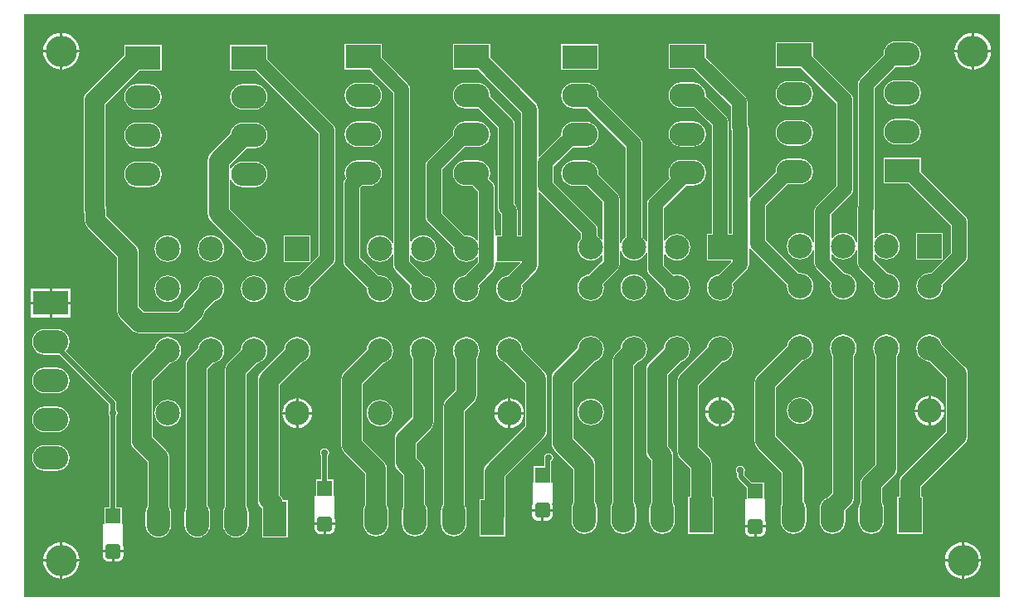
<source format=gtl>
G04*
G04 #@! TF.GenerationSoftware,Altium Limited,Altium Designer,20.2.2 (114)*
G04*
G04 Layer_Physical_Order=1*
G04 Layer_Color=255*
%FSLAX44Y44*%
%MOMM*%
G71*
G04*
G04 #@! TF.SameCoordinates,263EBA9D-054C-40F6-8731-2C9348E58862*
G04*
G04*
G04 #@! TF.FilePolarity,Positive*
G04*
G01*
G75*
%ADD12R,1.6000X1.6000*%
G04:AMPARAMS|DCode=13|XSize=1.6mm|YSize=1.6mm|CornerRadius=0.4mm|HoleSize=0mm|Usage=FLASHONLY|Rotation=90.000|XOffset=0mm|YOffset=0mm|HoleType=Round|Shape=RoundedRectangle|*
%AMROUNDEDRECTD13*
21,1,1.6000,0.8000,0,0,90.0*
21,1,0.8000,1.6000,0,0,90.0*
1,1,0.8000,0.4000,0.4000*
1,1,0.8000,0.4000,-0.4000*
1,1,0.8000,-0.4000,-0.4000*
1,1,0.8000,-0.4000,0.4000*
%
%ADD13ROUNDEDRECTD13*%
%ADD24C,2.0000*%
%ADD25C,1.5000*%
%ADD26C,0.5000*%
%ADD27R,3.6000X2.4000*%
%ADD28O,3.6000X2.4000*%
%ADD29R,2.4000X3.6000*%
%ADD30O,2.4000X3.6000*%
%ADD31C,2.5000*%
%ADD32R,2.5000X2.5000*%
%ADD33C,0.7112*%
%ADD34C,3.2000*%
G36*
X997685Y2315D02*
X2315D01*
Y597686D01*
X997686D01*
X997685Y2315D01*
D02*
G37*
%LPC*%
G36*
X971270Y578505D02*
Y561270D01*
X988505D01*
X988272Y563634D01*
X987212Y567129D01*
X985490Y570350D01*
X983173Y573173D01*
X980350Y575490D01*
X977129Y577212D01*
X973634Y578272D01*
X971270Y578505D01*
D02*
G37*
G36*
X968730D02*
X966366Y578272D01*
X962871Y577212D01*
X959650Y575490D01*
X956827Y573173D01*
X954510Y570350D01*
X952788Y567129D01*
X951728Y563634D01*
X951495Y561270D01*
X968730D01*
Y578505D01*
D02*
G37*
G36*
X41270D02*
Y561270D01*
X58505D01*
X58272Y563634D01*
X57212Y567129D01*
X55490Y570350D01*
X53173Y573173D01*
X50350Y575490D01*
X47129Y577212D01*
X43635Y578272D01*
X41270Y578505D01*
D02*
G37*
G36*
X38730D02*
X36365Y578272D01*
X32871Y577212D01*
X29650Y575490D01*
X26827Y573173D01*
X24510Y570350D01*
X22788Y567129D01*
X21728Y563634D01*
X21495Y561270D01*
X38730D01*
Y578505D01*
D02*
G37*
G36*
X58505Y558730D02*
X41270D01*
Y541495D01*
X43635Y541728D01*
X47129Y542788D01*
X50350Y544510D01*
X53173Y546827D01*
X55490Y549650D01*
X57212Y552871D01*
X58272Y556366D01*
X58505Y558730D01*
D02*
G37*
G36*
X38730D02*
X21495D01*
X21728Y556366D01*
X22788Y552871D01*
X24510Y549650D01*
X26827Y546827D01*
X29650Y544510D01*
X32871Y542788D01*
X36365Y541728D01*
X38730Y541495D01*
Y558730D01*
D02*
G37*
G36*
X988505D02*
X971270D01*
Y541495D01*
X973634Y541728D01*
X977129Y542788D01*
X980350Y544510D01*
X983173Y546827D01*
X985490Y549650D01*
X987212Y552871D01*
X988272Y556366D01*
X988505Y558730D01*
D02*
G37*
G36*
X968730D02*
X951495D01*
X951728Y556366D01*
X952788Y552871D01*
X954510Y549650D01*
X956827Y546827D01*
X959650Y544510D01*
X962871Y542788D01*
X966366Y541728D01*
X968730Y541495D01*
Y558730D01*
D02*
G37*
G36*
X587960Y567180D02*
X549960D01*
Y541180D01*
X587960D01*
Y567180D01*
D02*
G37*
G36*
X903890Y530462D02*
X891890D01*
X888496Y530015D01*
X885334Y528705D01*
X882618Y526622D01*
X880535Y523906D01*
X879225Y520744D01*
X878778Y517350D01*
X879225Y513956D01*
X880535Y510794D01*
X882618Y508078D01*
X885334Y505994D01*
X888496Y504685D01*
X891890Y504238D01*
X903890D01*
X907284Y504685D01*
X910446Y505994D01*
X913162Y508078D01*
X915246Y510794D01*
X916555Y513956D01*
X917002Y517350D01*
X916555Y520744D01*
X915246Y523906D01*
X913162Y526622D01*
X910446Y528705D01*
X907284Y530015D01*
X903890Y530462D01*
D02*
G37*
G36*
X793753Y529482D02*
X781753D01*
X778359Y529035D01*
X775197Y527725D01*
X772481Y525642D01*
X770397Y522926D01*
X769088Y519764D01*
X768641Y516370D01*
X769088Y512976D01*
X770397Y509814D01*
X772481Y507098D01*
X775197Y505014D01*
X778359Y503705D01*
X781753Y503258D01*
X793753D01*
X797147Y503705D01*
X800309Y505014D01*
X803025Y507098D01*
X805108Y509814D01*
X806418Y512976D01*
X806865Y516370D01*
X806418Y519764D01*
X805108Y522926D01*
X803025Y525642D01*
X800309Y527725D01*
X797147Y529035D01*
X793753Y529482D01*
D02*
G37*
G36*
X353980Y527922D02*
X341980D01*
X338586Y527475D01*
X335424Y526166D01*
X332708Y524082D01*
X330625Y521366D01*
X329315Y518204D01*
X328868Y514810D01*
X329315Y511416D01*
X330625Y508254D01*
X332708Y505538D01*
X335424Y503455D01*
X338586Y502145D01*
X341980Y501698D01*
X353980D01*
X357374Y502145D01*
X360536Y503455D01*
X363252Y505538D01*
X365336Y508254D01*
X366645Y511416D01*
X367092Y514810D01*
X366645Y518204D01*
X365336Y521366D01*
X363252Y524082D01*
X360536Y526166D01*
X357374Y527475D01*
X353980Y527922D01*
D02*
G37*
G36*
X237140Y526652D02*
X225140D01*
X221746Y526205D01*
X218584Y524896D01*
X215868Y522812D01*
X213785Y520096D01*
X212475Y516934D01*
X212028Y513540D01*
X212475Y510146D01*
X213785Y506984D01*
X215868Y504268D01*
X218584Y502184D01*
X221746Y500875D01*
X225140Y500428D01*
X237140D01*
X240534Y500875D01*
X243696Y502184D01*
X246412Y504268D01*
X248496Y506984D01*
X249805Y510146D01*
X250252Y513540D01*
X249805Y516934D01*
X248496Y520096D01*
X246412Y522812D01*
X243696Y524896D01*
X240534Y526205D01*
X237140Y526652D01*
D02*
G37*
G36*
X129190D02*
X117190D01*
X113796Y526205D01*
X110634Y524896D01*
X107918Y522812D01*
X105835Y520096D01*
X104525Y516934D01*
X104078Y513540D01*
X104525Y510146D01*
X105835Y506984D01*
X107918Y504268D01*
X110634Y502184D01*
X113796Y500875D01*
X117190Y500428D01*
X129190D01*
X132584Y500875D01*
X135746Y502184D01*
X138462Y504268D01*
X140546Y506984D01*
X141855Y510146D01*
X142302Y513540D01*
X141855Y516934D01*
X140546Y520096D01*
X138462Y522812D01*
X135746Y524896D01*
X132584Y526205D01*
X129190Y526652D01*
D02*
G37*
G36*
X903890Y490862D02*
X891890D01*
X888496Y490415D01*
X885334Y489105D01*
X882618Y487022D01*
X880535Y484306D01*
X879225Y481144D01*
X878778Y477750D01*
X879225Y474356D01*
X880535Y471194D01*
X882618Y468478D01*
X885334Y466395D01*
X888496Y465085D01*
X891890Y464638D01*
X903890D01*
X907284Y465085D01*
X910446Y466395D01*
X913162Y468478D01*
X915246Y471194D01*
X916555Y474356D01*
X917002Y477750D01*
X916555Y481144D01*
X915246Y484306D01*
X913162Y487022D01*
X910446Y489105D01*
X907284Y490415D01*
X903890Y490862D01*
D02*
G37*
G36*
X793753Y489882D02*
X781753D01*
X778359Y489435D01*
X775197Y488125D01*
X772481Y486042D01*
X770397Y483326D01*
X769088Y480164D01*
X768641Y476770D01*
X769088Y473376D01*
X770397Y470214D01*
X772481Y467498D01*
X775197Y465415D01*
X778359Y464105D01*
X781753Y463658D01*
X793753D01*
X797147Y464105D01*
X800309Y465415D01*
X803025Y467498D01*
X805108Y470214D01*
X806418Y473376D01*
X806865Y476770D01*
X806418Y480164D01*
X805108Y483326D01*
X803025Y486042D01*
X800309Y488125D01*
X797147Y489435D01*
X793753Y489882D01*
D02*
G37*
G36*
X684686Y488612D02*
X672686D01*
X669292Y488165D01*
X666130Y486856D01*
X663414Y484772D01*
X661330Y482056D01*
X660020Y478894D01*
X659574Y475500D01*
X660020Y472106D01*
X661330Y468944D01*
X663414Y466228D01*
X666130Y464145D01*
X669292Y462835D01*
X672686Y462388D01*
X684686D01*
X688079Y462835D01*
X691242Y464145D01*
X693957Y466228D01*
X696041Y468944D01*
X697351Y472106D01*
X697798Y475500D01*
X697351Y478894D01*
X696041Y482056D01*
X693957Y484772D01*
X691242Y486856D01*
X688079Y488165D01*
X684686Y488612D01*
D02*
G37*
G36*
X353980Y488322D02*
X341980D01*
X338586Y487875D01*
X335424Y486566D01*
X332708Y484482D01*
X330625Y481766D01*
X329315Y478604D01*
X328868Y475210D01*
X329315Y471816D01*
X330625Y468654D01*
X332708Y465938D01*
X335424Y463854D01*
X338586Y462545D01*
X341980Y462098D01*
X353980D01*
X357374Y462545D01*
X360536Y463854D01*
X363252Y465938D01*
X365336Y468654D01*
X366645Y471816D01*
X367092Y475210D01*
X366645Y478604D01*
X365336Y481766D01*
X363252Y484482D01*
X360536Y486566D01*
X357374Y487875D01*
X353980Y488322D01*
D02*
G37*
G36*
X129190Y487052D02*
X117190D01*
X113796Y486605D01*
X110634Y485295D01*
X107918Y483212D01*
X105835Y480496D01*
X104525Y477334D01*
X104078Y473940D01*
X104525Y470546D01*
X105835Y467384D01*
X107918Y464668D01*
X110634Y462584D01*
X113796Y461275D01*
X117190Y460828D01*
X129190D01*
X132584Y461275D01*
X135746Y462584D01*
X138462Y464668D01*
X140546Y467384D01*
X141855Y470546D01*
X142302Y473940D01*
X141855Y477334D01*
X140546Y480496D01*
X138462Y483212D01*
X135746Y485295D01*
X132584Y486605D01*
X129190Y487052D01*
D02*
G37*
G36*
X237140D02*
X225140D01*
X221746Y486605D01*
X218584Y485295D01*
X215868Y483212D01*
X213785Y480496D01*
X212475Y477334D01*
X212255Y475663D01*
X192755Y456163D01*
X190991Y453865D01*
X189883Y451189D01*
X189505Y448318D01*
Y394570D01*
X189883Y391699D01*
X190991Y389023D01*
X192755Y386725D01*
X223368Y356112D01*
X223518Y354976D01*
X224878Y351692D01*
X227042Y348872D01*
X229862Y346708D01*
X233146Y345348D01*
X236670Y344884D01*
X240194Y345348D01*
X243478Y346708D01*
X246298Y348872D01*
X248462Y351692D01*
X249823Y354976D01*
X250287Y358500D01*
X249823Y362024D01*
X248462Y365308D01*
X246298Y368129D01*
X243478Y370292D01*
X240194Y371653D01*
X239059Y371802D01*
X211695Y399166D01*
Y429510D01*
X212965Y429763D01*
X213785Y427784D01*
X215868Y425068D01*
X218584Y422985D01*
X221746Y421675D01*
X225140Y421228D01*
X237140D01*
X240534Y421675D01*
X243696Y422985D01*
X246412Y425068D01*
X248496Y427784D01*
X249805Y430946D01*
X250252Y434340D01*
X249805Y437734D01*
X248496Y440896D01*
X246412Y443612D01*
X243696Y445695D01*
X240534Y447005D01*
X237140Y447452D01*
X225140D01*
X221746Y447005D01*
X218584Y445695D01*
X215868Y443612D01*
X213785Y440896D01*
X212965Y438917D01*
X211695Y439170D01*
Y443722D01*
X228801Y460828D01*
X237140D01*
X240534Y461275D01*
X243696Y462584D01*
X246412Y464668D01*
X248496Y467384D01*
X249805Y470546D01*
X250252Y473940D01*
X249805Y477334D01*
X248496Y480496D01*
X246412Y483212D01*
X243696Y485295D01*
X240534Y486605D01*
X237140Y487052D01*
D02*
G37*
G36*
X129190Y447452D02*
X117190D01*
X113796Y447005D01*
X110634Y445695D01*
X107918Y443612D01*
X105835Y440896D01*
X104525Y437734D01*
X104078Y434340D01*
X104525Y430946D01*
X105835Y427784D01*
X107918Y425068D01*
X110634Y422985D01*
X113796Y421675D01*
X117190Y421228D01*
X129190D01*
X132584Y421675D01*
X135746Y422985D01*
X138462Y425068D01*
X140546Y427784D01*
X141855Y430946D01*
X142302Y434340D01*
X141855Y437734D01*
X140546Y440896D01*
X138462Y443612D01*
X135746Y445695D01*
X132584Y447005D01*
X129190Y447452D01*
D02*
G37*
G36*
X697686Y567700D02*
X659686D01*
Y541700D01*
X685561D01*
X722947Y504314D01*
Y482600D01*
X723239Y480381D01*
X724095Y478313D01*
X724473Y477821D01*
Y373270D01*
X720620D01*
Y487739D01*
X720328Y489958D01*
X719471Y492026D01*
X718109Y493801D01*
X697683Y514227D01*
X697798Y515100D01*
X697351Y518494D01*
X696041Y521656D01*
X693957Y524372D01*
X691242Y526455D01*
X688079Y527765D01*
X684686Y528212D01*
X672686D01*
X669292Y527765D01*
X666130Y526455D01*
X663414Y524372D01*
X661330Y521656D01*
X660020Y518494D01*
X659574Y515100D01*
X660020Y511706D01*
X661330Y508544D01*
X663414Y505828D01*
X666130Y503745D01*
X669292Y502435D01*
X672686Y501988D01*
X684686D01*
X685558Y502103D01*
X703473Y484188D01*
Y373270D01*
X698547D01*
Y346270D01*
X722920D01*
X723446Y345000D01*
X710648Y332202D01*
X708522Y331922D01*
X705238Y330562D01*
X702418Y328398D01*
X700254Y325578D01*
X698894Y322294D01*
X698430Y318770D01*
X698894Y315246D01*
X700254Y311962D01*
X702418Y309142D01*
X705238Y306978D01*
X708522Y305618D01*
X712047Y305154D01*
X715571Y305618D01*
X718855Y306978D01*
X721675Y309142D01*
X723839Y311962D01*
X725199Y315246D01*
X725663Y318770D01*
X725199Y322294D01*
X725138Y322443D01*
X739109Y336414D01*
X740471Y338189D01*
X741328Y340257D01*
X741620Y342476D01*
Y359377D01*
X742890Y359630D01*
X743145Y359013D01*
X744508Y357238D01*
X780387Y321358D01*
X780214Y320040D01*
X780678Y316516D01*
X782038Y313232D01*
X784202Y310412D01*
X787022Y308248D01*
X790306Y306887D01*
X793830Y306423D01*
X797354Y306887D01*
X800638Y308248D01*
X803458Y310412D01*
X805622Y313232D01*
X806983Y316516D01*
X807447Y320040D01*
X806983Y323564D01*
X805622Y326848D01*
X803458Y329668D01*
X800638Y331832D01*
X797354Y333192D01*
X793830Y333656D01*
X792512Y333483D01*
X759143Y366851D01*
Y402436D01*
X780880Y424173D01*
X781753Y424058D01*
X793753D01*
X797147Y424505D01*
X800309Y425815D01*
X803025Y427898D01*
X805108Y430614D01*
X806418Y433776D01*
X806865Y437170D01*
X806418Y440564D01*
X805108Y443726D01*
X803025Y446442D01*
X800309Y448526D01*
X797147Y449835D01*
X793753Y450282D01*
X781753D01*
X778359Y449835D01*
X775197Y448526D01*
X772481Y446442D01*
X770397Y443726D01*
X769088Y440564D01*
X768641Y437170D01*
X768756Y436297D01*
X744508Y412049D01*
X743145Y410274D01*
X742890Y409657D01*
X741620Y409910D01*
Y481073D01*
X741328Y483292D01*
X740471Y485360D01*
X740093Y485853D01*
Y507866D01*
X739801Y510085D01*
X738945Y512152D01*
X737582Y513928D01*
X697686Y553825D01*
Y567700D01*
D02*
G37*
G36*
X477470Y567410D02*
X439470D01*
Y541410D01*
X465345D01*
X509420Y497336D01*
Y372000D01*
X505567D01*
Y397569D01*
X505275Y399788D01*
X504418Y401856D01*
X503056Y403631D01*
X502353Y404333D01*
Y485500D01*
X502061Y487719D01*
X501205Y489787D01*
X499842Y491562D01*
X477467Y513937D01*
X477582Y514810D01*
X477135Y518204D01*
X475826Y521366D01*
X473742Y524082D01*
X471026Y526166D01*
X467864Y527475D01*
X464470Y527922D01*
X452470D01*
X449076Y527475D01*
X445914Y526166D01*
X443198Y524082D01*
X441115Y521366D01*
X439805Y518204D01*
X439358Y514810D01*
X439805Y511416D01*
X441115Y508254D01*
X443198Y505538D01*
X445914Y503455D01*
X449076Y502145D01*
X452470Y501698D01*
X464470D01*
X465343Y501813D01*
X485207Y481949D01*
Y400782D01*
X485499Y398563D01*
X486355Y396496D01*
X487718Y394720D01*
X488420Y394018D01*
Y372000D01*
X483837D01*
X483493Y372000D01*
X482567Y372829D01*
Y376907D01*
X482283Y379059D01*
Y420370D01*
X481991Y422589D01*
X481135Y424657D01*
X479772Y426432D01*
X476214Y429991D01*
X477135Y432216D01*
X477582Y435610D01*
X477135Y439004D01*
X475826Y442166D01*
X473742Y444882D01*
X471026Y446965D01*
X467864Y448275D01*
X464470Y448722D01*
X452470D01*
X449076Y448275D01*
X445914Y446965D01*
X443198Y444882D01*
X441115Y442166D01*
X439805Y439004D01*
X439358Y435610D01*
X439805Y432216D01*
X441115Y429054D01*
X443198Y426338D01*
X445914Y424254D01*
X449076Y422945D01*
X452470Y422498D01*
X459614D01*
X460130Y421826D01*
X465137Y416819D01*
Y377190D01*
X465420Y375037D01*
Y366568D01*
X464150Y366137D01*
X462622Y368129D01*
X459802Y370292D01*
X456518Y371653D01*
X452993Y372117D01*
X451675Y371943D01*
X428943Y394675D01*
Y439559D01*
X451597Y462213D01*
X452470Y462098D01*
X464470D01*
X467864Y462545D01*
X471026Y463854D01*
X473742Y465938D01*
X475826Y468654D01*
X477135Y471816D01*
X477582Y475210D01*
X477135Y478604D01*
X475826Y481766D01*
X473742Y484482D01*
X471026Y486566D01*
X467864Y487875D01*
X464470Y488322D01*
X452470D01*
X449076Y487875D01*
X445914Y486566D01*
X443198Y484482D01*
X441115Y481766D01*
X439805Y478604D01*
X439358Y475210D01*
X439473Y474337D01*
X414308Y449172D01*
X412945Y447397D01*
X412089Y445329D01*
X411797Y443110D01*
Y391124D01*
X412089Y388905D01*
X412945Y386837D01*
X414308Y385061D01*
X439551Y359818D01*
X439377Y358500D01*
X439841Y354976D01*
X441201Y351692D01*
X443365Y348872D01*
X446185Y346708D01*
X449469Y345348D01*
X452993Y344884D01*
X456518Y345348D01*
X459802Y346708D01*
X462622Y348872D01*
X464150Y350864D01*
X465420Y350433D01*
Y344757D01*
X451595Y330932D01*
X449469Y330653D01*
X446185Y329292D01*
X443365Y327128D01*
X441201Y324308D01*
X439841Y321024D01*
X439377Y317500D01*
X439841Y313976D01*
X441201Y310692D01*
X443365Y307872D01*
X446185Y305708D01*
X449469Y304347D01*
X452993Y303883D01*
X456518Y304347D01*
X459802Y305708D01*
X462622Y307872D01*
X464786Y310692D01*
X466146Y313976D01*
X466610Y317500D01*
X466146Y321024D01*
X466085Y321172D01*
X480056Y335144D01*
X481418Y336919D01*
X482275Y338987D01*
X482567Y341206D01*
Y344171D01*
X483493Y345000D01*
X483837Y345000D01*
X507867D01*
X508393Y343730D01*
X495595Y330932D01*
X493469Y330653D01*
X490185Y329292D01*
X487365Y327128D01*
X485201Y324308D01*
X483841Y321024D01*
X483377Y317500D01*
X483841Y313976D01*
X485201Y310692D01*
X487365Y307872D01*
X490185Y305708D01*
X493469Y304347D01*
X496993Y303883D01*
X500518Y304347D01*
X503801Y305708D01*
X506622Y307872D01*
X508786Y310692D01*
X510146Y313976D01*
X510610Y317500D01*
X510146Y321024D01*
X510084Y321172D01*
X524056Y335144D01*
X525418Y336919D01*
X526274Y338987D01*
X526567Y341206D01*
Y415946D01*
X527837Y416377D01*
X527931Y416255D01*
X569971Y374214D01*
Y368816D01*
X568255Y366578D01*
X566894Y363294D01*
X566430Y359770D01*
X566894Y356246D01*
X568255Y352962D01*
X570419Y350142D01*
X573239Y347978D01*
X576523Y346618D01*
X580047Y346154D01*
X583571Y346618D01*
X586855Y347978D01*
X589675Y350142D01*
X591203Y352134D01*
X592473Y351702D01*
Y346027D01*
X578649Y332202D01*
X576523Y331922D01*
X573239Y330562D01*
X570419Y328398D01*
X568255Y325578D01*
X566894Y322294D01*
X566430Y318770D01*
X566894Y315246D01*
X568255Y311962D01*
X570419Y309142D01*
X573239Y306978D01*
X576523Y305618D01*
X580047Y305154D01*
X583571Y305618D01*
X586855Y306978D01*
X589675Y309142D01*
X591839Y311962D01*
X593199Y315246D01*
X593663Y318770D01*
X593199Y322294D01*
X593138Y322443D01*
X607109Y336414D01*
X608472Y338189D01*
X609328Y340257D01*
X609620Y342476D01*
Y356194D01*
X610890Y356277D01*
X610894Y356246D01*
X612255Y352962D01*
X614418Y350142D01*
X617239Y347978D01*
X620523Y346618D01*
X624047Y346154D01*
X627571Y346618D01*
X630855Y347978D01*
X633675Y350142D01*
X635839Y352962D01*
X636587Y354767D01*
X637857Y354514D01*
Y337820D01*
X638149Y335601D01*
X639005Y333533D01*
X640368Y331758D01*
X654593Y317532D01*
X654894Y315246D01*
X656255Y311962D01*
X658418Y309142D01*
X661238Y306978D01*
X664522Y305618D01*
X668047Y305154D01*
X671571Y305618D01*
X674855Y306978D01*
X677675Y309142D01*
X679839Y311962D01*
X681199Y315246D01*
X681663Y318770D01*
X681199Y322294D01*
X679839Y325578D01*
X677675Y328398D01*
X674855Y330562D01*
X671571Y331922D01*
X668047Y332387D01*
X664522Y331922D01*
X664473Y331902D01*
X655003Y341371D01*
Y352668D01*
X656182Y352949D01*
X656273Y352937D01*
X658418Y350142D01*
X661238Y347978D01*
X664522Y346618D01*
X668047Y346154D01*
X671571Y346618D01*
X674855Y347978D01*
X677675Y350142D01*
X679839Y352962D01*
X681199Y356246D01*
X681663Y359770D01*
X681199Y363294D01*
X679839Y366578D01*
X677675Y369398D01*
X674855Y371562D01*
X671571Y372923D01*
X668047Y373387D01*
X664522Y372923D01*
X661238Y371562D01*
X658418Y369398D01*
X656273Y366603D01*
X656182Y366591D01*
X655003Y366872D01*
Y400093D01*
X677026Y422116D01*
X677542Y422788D01*
X684686D01*
X688079Y423235D01*
X691242Y424544D01*
X693957Y426628D01*
X696041Y429344D01*
X697351Y432506D01*
X697798Y435900D01*
X697351Y439294D01*
X696041Y442456D01*
X693957Y445172D01*
X691242Y447256D01*
X688079Y448565D01*
X684686Y449012D01*
X672686D01*
X669292Y448565D01*
X666130Y447256D01*
X663414Y445172D01*
X661330Y442456D01*
X660020Y439294D01*
X659574Y435900D01*
X660020Y432506D01*
X660942Y430281D01*
X640368Y409706D01*
X639005Y407931D01*
X638149Y405863D01*
X637857Y403644D01*
Y365026D01*
X636587Y364773D01*
X635839Y366578D01*
X633675Y369398D01*
X632620Y370208D01*
Y465493D01*
X632328Y467712D01*
X631471Y469780D01*
X630109Y471555D01*
X587957Y513707D01*
X588072Y514580D01*
X587625Y517974D01*
X586315Y521136D01*
X584232Y523852D01*
X581516Y525936D01*
X578354Y527245D01*
X574960Y527692D01*
X562960D01*
X559566Y527245D01*
X556404Y525936D01*
X553688Y523852D01*
X551604Y521136D01*
X550295Y517974D01*
X549848Y514580D01*
X550295Y511186D01*
X551604Y508024D01*
X553688Y505308D01*
X556404Y503224D01*
X559566Y501915D01*
X562960Y501468D01*
X574960D01*
X575833Y501583D01*
X615474Y461942D01*
Y370208D01*
X614418Y369398D01*
X612255Y366578D01*
X610894Y363294D01*
X610890Y363263D01*
X609620Y363346D01*
Y409293D01*
X609328Y411512D01*
X608472Y413580D01*
X607109Y415355D01*
X587957Y434507D01*
X588072Y435380D01*
X587625Y438774D01*
X586315Y441936D01*
X584232Y444652D01*
X581516Y446735D01*
X578354Y448045D01*
X574960Y448492D01*
X562960D01*
X559566Y448045D01*
X556404Y446735D01*
X553688Y444652D01*
X551604Y441936D01*
X550295Y438774D01*
X549848Y435380D01*
X550295Y431986D01*
X551604Y428824D01*
X553688Y426108D01*
X556404Y424025D01*
X559566Y422715D01*
X562960Y422268D01*
X574960D01*
X575833Y422383D01*
X592473Y405742D01*
Y367838D01*
X591203Y367407D01*
X589675Y369398D01*
X587118Y371361D01*
Y377765D01*
X586826Y379984D01*
X585969Y382052D01*
X584607Y383828D01*
X542567Y425868D01*
Y442462D01*
X562087Y461983D01*
X562960Y461868D01*
X574960D01*
X578354Y462315D01*
X581516Y463624D01*
X584232Y465708D01*
X586315Y468424D01*
X587625Y471586D01*
X588072Y474980D01*
X587625Y478374D01*
X586315Y481536D01*
X584232Y484252D01*
X581516Y486335D01*
X578354Y487645D01*
X574960Y488092D01*
X562960D01*
X559566Y487645D01*
X556404Y486335D01*
X553688Y484252D01*
X551604Y481536D01*
X550295Y478374D01*
X549848Y474980D01*
X549963Y474107D01*
X527931Y452076D01*
X527837Y451953D01*
X526567Y452384D01*
Y500887D01*
X526274Y503106D01*
X525418Y505173D01*
X524056Y506949D01*
X477470Y553535D01*
Y567410D01*
D02*
G37*
G36*
X903890Y570062D02*
X891890D01*
X888496Y569615D01*
X885334Y568306D01*
X882618Y566222D01*
X880535Y563506D01*
X879225Y560344D01*
X878778Y556950D01*
X878893Y556077D01*
X854998Y532182D01*
X853635Y530407D01*
X852779Y528339D01*
X852487Y526120D01*
Y401567D01*
X852257Y399820D01*
Y364616D01*
X850987Y364533D01*
X850983Y364564D01*
X849622Y367848D01*
X847458Y370668D01*
X844638Y372832D01*
X841354Y374193D01*
X837830Y374657D01*
X834306Y374193D01*
X831022Y372832D01*
X828202Y370668D01*
X826674Y368677D01*
X825404Y369108D01*
Y392909D01*
X845532Y413038D01*
X846895Y414813D01*
X847751Y416881D01*
X848043Y419100D01*
Y510253D01*
X847751Y512472D01*
X846895Y514539D01*
X845532Y516315D01*
X806753Y555094D01*
Y568970D01*
X768753D01*
Y542970D01*
X794628D01*
X830897Y506702D01*
Y422651D01*
X810768Y402522D01*
X809405Y400747D01*
X808549Y398679D01*
X808257Y396460D01*
Y364616D01*
X806987Y364533D01*
X806983Y364564D01*
X805622Y367848D01*
X803458Y370668D01*
X800638Y372832D01*
X797354Y374193D01*
X793830Y374657D01*
X790306Y374193D01*
X787022Y372832D01*
X784202Y370668D01*
X782038Y367848D01*
X780678Y364564D01*
X780214Y361040D01*
X780678Y357516D01*
X782038Y354232D01*
X784202Y351412D01*
X787022Y349248D01*
X790306Y347888D01*
X793830Y347424D01*
X797354Y347888D01*
X800638Y349248D01*
X803458Y351412D01*
X805622Y354232D01*
X806983Y357516D01*
X806987Y357547D01*
X808257Y357464D01*
Y343746D01*
X808549Y341527D01*
X809405Y339459D01*
X810768Y337684D01*
X824739Y323712D01*
X824678Y323564D01*
X824214Y320040D01*
X824678Y316516D01*
X826038Y313232D01*
X828202Y310412D01*
X831022Y308248D01*
X834306Y306887D01*
X837830Y306423D01*
X841354Y306887D01*
X844638Y308248D01*
X847458Y310412D01*
X849622Y313232D01*
X850983Y316516D01*
X851447Y320040D01*
X850983Y323564D01*
X849622Y326848D01*
X847458Y329668D01*
X844638Y331832D01*
X841354Y333192D01*
X839228Y333472D01*
X825404Y347297D01*
Y352972D01*
X826674Y353404D01*
X828202Y351412D01*
X831022Y349248D01*
X834306Y347888D01*
X837830Y347424D01*
X841354Y347888D01*
X844638Y349248D01*
X847458Y351412D01*
X849622Y354232D01*
X850983Y357516D01*
X850987Y357547D01*
X852257Y357464D01*
Y343746D01*
X852549Y341527D01*
X853405Y339459D01*
X854768Y337684D01*
X868739Y323712D01*
X868678Y323564D01*
X868214Y320040D01*
X868678Y316516D01*
X870038Y313232D01*
X872202Y310412D01*
X875022Y308248D01*
X878306Y306887D01*
X881830Y306423D01*
X885354Y306887D01*
X888638Y308248D01*
X891458Y310412D01*
X893622Y313232D01*
X894983Y316516D01*
X895446Y320040D01*
X894983Y323564D01*
X893622Y326848D01*
X891458Y329668D01*
X888638Y331832D01*
X885354Y333192D01*
X883228Y333472D01*
X869403Y347297D01*
Y352972D01*
X870673Y353404D01*
X872202Y351412D01*
X875022Y349248D01*
X878306Y347888D01*
X881830Y347424D01*
X885354Y347888D01*
X888638Y349248D01*
X891458Y351412D01*
X893622Y354232D01*
X894983Y357516D01*
X895446Y361040D01*
X894983Y364564D01*
X893622Y367848D01*
X891458Y370668D01*
X888638Y372832D01*
X885354Y374193D01*
X881830Y374657D01*
X878306Y374193D01*
X875022Y372832D01*
X872202Y370668D01*
X870673Y368677D01*
X869403Y369108D01*
Y398303D01*
X869633Y400050D01*
Y522569D01*
X891017Y543953D01*
X891890Y543838D01*
X903890D01*
X907284Y544285D01*
X910446Y545594D01*
X913162Y547678D01*
X915246Y550394D01*
X916555Y553556D01*
X917002Y556950D01*
X916555Y560344D01*
X915246Y563506D01*
X913162Y566222D01*
X910446Y568306D01*
X907284Y569615D01*
X903890Y570062D01*
D02*
G37*
G36*
X366980Y567410D02*
X328980D01*
Y541410D01*
X354855D01*
X378777Y517489D01*
Y363821D01*
X377507Y363568D01*
X376786Y365308D01*
X374622Y368129D01*
X371802Y370292D01*
X368518Y371653D01*
X364994Y372117D01*
X361469Y371653D01*
X358185Y370292D01*
X355365Y368129D01*
X353201Y365308D01*
X351841Y362024D01*
X351377Y358500D01*
X351841Y354976D01*
X353201Y351692D01*
X355365Y348872D01*
X358185Y346708D01*
X361469Y345348D01*
X364994Y344884D01*
X368518Y345348D01*
X371802Y346708D01*
X374622Y348872D01*
X376786Y351692D01*
X377507Y353432D01*
X378777Y353180D01*
Y341850D01*
X379069Y339631D01*
X379925Y337563D01*
X381288Y335787D01*
X395902Y321172D01*
X395841Y321024D01*
X395377Y317500D01*
X395841Y313976D01*
X397201Y310692D01*
X399365Y307872D01*
X402185Y305708D01*
X405469Y304347D01*
X408993Y303883D01*
X412518Y304347D01*
X415802Y305708D01*
X418622Y307872D01*
X420786Y310692D01*
X422146Y313976D01*
X422610Y317500D01*
X422146Y321024D01*
X420786Y324308D01*
X418622Y327128D01*
X415802Y329292D01*
X412518Y330653D01*
X410392Y330932D01*
X395923Y345401D01*
Y351522D01*
X397169Y351770D01*
X397201Y351692D01*
X399365Y348872D01*
X402185Y346708D01*
X405469Y345348D01*
X408993Y344884D01*
X412518Y345348D01*
X415802Y346708D01*
X418622Y348872D01*
X420786Y351692D01*
X422146Y354976D01*
X422610Y358500D01*
X422146Y362024D01*
X420786Y365308D01*
X418622Y368129D01*
X415802Y370292D01*
X412518Y371653D01*
X408993Y372117D01*
X405469Y371653D01*
X402185Y370292D01*
X399365Y368129D01*
X397201Y365308D01*
X397169Y365230D01*
X395923Y365478D01*
Y521040D01*
X395631Y523259D01*
X394775Y525327D01*
X393412Y527102D01*
X366980Y553535D01*
Y567410D01*
D02*
G37*
G36*
X939330Y374540D02*
X912330D01*
Y347540D01*
X939330D01*
Y374540D01*
D02*
G37*
G36*
X294170Y372000D02*
X267170D01*
Y345000D01*
X294170D01*
Y372000D01*
D02*
G37*
G36*
X192670Y372117D02*
X189146Y371653D01*
X185862Y370292D01*
X183042Y368129D01*
X180878Y365308D01*
X179518Y362024D01*
X179054Y358500D01*
X179518Y354976D01*
X180878Y351692D01*
X183042Y348872D01*
X185862Y346708D01*
X189146Y345348D01*
X192670Y344884D01*
X196194Y345348D01*
X199478Y346708D01*
X202299Y348872D01*
X204462Y351692D01*
X205823Y354976D01*
X206287Y358500D01*
X205823Y362024D01*
X204462Y365308D01*
X202299Y368129D01*
X199478Y370292D01*
X196194Y371653D01*
X192670Y372117D01*
D02*
G37*
G36*
X148670D02*
X145146Y371653D01*
X141862Y370292D01*
X139042Y368129D01*
X136878Y365308D01*
X135518Y362024D01*
X135054Y358500D01*
X135518Y354976D01*
X136878Y351692D01*
X139042Y348872D01*
X141862Y346708D01*
X145146Y345348D01*
X148670Y344884D01*
X152194Y345348D01*
X155478Y346708D01*
X158299Y348872D01*
X160462Y351692D01*
X161823Y354976D01*
X162287Y358500D01*
X161823Y362024D01*
X160462Y365308D01*
X158299Y368129D01*
X155478Y370292D01*
X152194Y371653D01*
X148670Y372117D01*
D02*
G37*
G36*
X916890Y451150D02*
X878890D01*
Y425150D01*
X904765D01*
X947737Y382179D01*
Y354071D01*
X927148Y333483D01*
X925830Y333656D01*
X922306Y333192D01*
X919022Y331832D01*
X916202Y329668D01*
X914038Y326848D01*
X912678Y323564D01*
X912214Y320040D01*
X912678Y316516D01*
X914038Y313232D01*
X916202Y310412D01*
X919022Y308248D01*
X922306Y306887D01*
X925830Y306423D01*
X929354Y306887D01*
X932638Y308248D01*
X935458Y310412D01*
X937622Y313232D01*
X938982Y316516D01*
X939446Y320040D01*
X939273Y321358D01*
X962372Y344458D01*
X963735Y346233D01*
X964591Y348301D01*
X964883Y350520D01*
Y385730D01*
X964591Y387949D01*
X963735Y390017D01*
X962372Y391792D01*
X916890Y437275D01*
Y451150D01*
D02*
G37*
G36*
X250140Y566140D02*
X212140D01*
Y540140D01*
X238015D01*
X302577Y475579D01*
Y351531D01*
X281988Y330943D01*
X280670Y331116D01*
X277146Y330653D01*
X273862Y329292D01*
X271042Y327128D01*
X268878Y324308D01*
X267518Y321024D01*
X267054Y317500D01*
X267518Y313976D01*
X268878Y310692D01*
X271042Y307872D01*
X273862Y305708D01*
X277146Y304347D01*
X280670Y303883D01*
X284194Y304347D01*
X287478Y305708D01*
X290298Y307872D01*
X292462Y310692D01*
X293822Y313976D01*
X294286Y317500D01*
X294113Y318818D01*
X317212Y341918D01*
X318575Y343693D01*
X319431Y345761D01*
X319723Y347980D01*
Y479130D01*
X319431Y481349D01*
X318575Y483417D01*
X317212Y485192D01*
X250140Y552265D01*
Y566140D01*
D02*
G37*
G36*
X624047Y332387D02*
X620523Y331922D01*
X617239Y330562D01*
X614418Y328398D01*
X612255Y325578D01*
X610894Y322294D01*
X610430Y318770D01*
X610894Y315246D01*
X612255Y311962D01*
X614418Y309142D01*
X617239Y306978D01*
X620523Y305618D01*
X624047Y305154D01*
X627571Y305618D01*
X630855Y306978D01*
X633675Y309142D01*
X635839Y311962D01*
X637199Y315246D01*
X637663Y318770D01*
X637199Y322294D01*
X635839Y325578D01*
X633675Y328398D01*
X630855Y330562D01*
X627571Y331922D01*
X624047Y332387D01*
D02*
G37*
G36*
X49750Y317490D02*
X30480D01*
Y304220D01*
X49750D01*
Y317490D01*
D02*
G37*
G36*
X27940D02*
X8670D01*
Y304220D01*
X27940D01*
Y317490D01*
D02*
G37*
G36*
X353980Y448722D02*
X341980D01*
X338586Y448275D01*
X335424Y446965D01*
X332708Y444882D01*
X330625Y442166D01*
X329315Y439004D01*
X328868Y435610D01*
X329315Y432216D01*
X330257Y429941D01*
X329125Y428467D01*
X328269Y426399D01*
X327977Y424180D01*
Y345944D01*
X328269Y343725D01*
X329125Y341657D01*
X330488Y339881D01*
X351551Y318818D01*
X351377Y317500D01*
X351841Y313976D01*
X353201Y310692D01*
X355365Y307872D01*
X358185Y305708D01*
X361469Y304347D01*
X364994Y303883D01*
X368518Y304347D01*
X371802Y305708D01*
X374622Y307872D01*
X376786Y310692D01*
X378146Y313976D01*
X378610Y317500D01*
X378146Y321024D01*
X376786Y324308D01*
X374622Y327128D01*
X371802Y329292D01*
X368518Y330653D01*
X364994Y331116D01*
X363675Y330943D01*
X345123Y349495D01*
Y420629D01*
X346320Y421826D01*
X346836Y422498D01*
X353980D01*
X357374Y422945D01*
X360536Y424254D01*
X363252Y426338D01*
X365336Y429054D01*
X366645Y432216D01*
X367092Y435610D01*
X366645Y439004D01*
X365336Y442166D01*
X363252Y444882D01*
X360536Y446965D01*
X357374Y448275D01*
X353980Y448722D01*
D02*
G37*
G36*
X236670Y331116D02*
X233146Y330653D01*
X229862Y329292D01*
X227042Y327128D01*
X224878Y324308D01*
X223518Y321024D01*
X223054Y317500D01*
X223518Y313976D01*
X224878Y310692D01*
X227042Y307872D01*
X229862Y305708D01*
X233146Y304347D01*
X236670Y303883D01*
X240194Y304347D01*
X243478Y305708D01*
X246298Y307872D01*
X248462Y310692D01*
X249823Y313976D01*
X250287Y317500D01*
X249823Y321024D01*
X248462Y324308D01*
X246298Y327128D01*
X243478Y329292D01*
X240194Y330653D01*
X236670Y331116D01*
D02*
G37*
G36*
X148670D02*
X145146Y330653D01*
X141862Y329292D01*
X139042Y327128D01*
X136878Y324308D01*
X135518Y321024D01*
X135054Y317500D01*
X135518Y313976D01*
X136878Y310692D01*
X139042Y307872D01*
X141862Y305708D01*
X145146Y304347D01*
X148670Y303883D01*
X152194Y304347D01*
X155478Y305708D01*
X158299Y307872D01*
X160462Y310692D01*
X161823Y313976D01*
X162287Y317500D01*
X161823Y321024D01*
X160462Y324308D01*
X158299Y327128D01*
X155478Y329292D01*
X152194Y330653D01*
X148670Y331116D01*
D02*
G37*
G36*
X49750Y301680D02*
X30480D01*
Y288410D01*
X49750D01*
Y301680D01*
D02*
G37*
G36*
X27940D02*
X8670D01*
Y288410D01*
X27940D01*
Y301680D01*
D02*
G37*
G36*
X142190Y566140D02*
X104190D01*
Y555831D01*
X65815Y517455D01*
X64051Y515158D01*
X62943Y512482D01*
X62565Y509610D01*
Y398780D01*
X62943Y395908D01*
X63835Y393755D01*
Y387350D01*
X64213Y384478D01*
X65321Y381802D01*
X67085Y379505D01*
X96855Y349734D01*
Y294926D01*
X97233Y292054D01*
X98342Y289378D01*
X100105Y287080D01*
X111820Y275365D01*
X114118Y273601D01*
X116794Y272493D01*
X119666Y272115D01*
X163544D01*
X166416Y272493D01*
X169092Y273601D01*
X171390Y275365D01*
X183105Y287080D01*
X184869Y289378D01*
X185977Y292054D01*
X186236Y294022D01*
X196821Y304607D01*
X199478Y305708D01*
X202299Y307872D01*
X204462Y310692D01*
X205823Y313976D01*
X206287Y317500D01*
X205823Y321024D01*
X204462Y324308D01*
X202299Y327128D01*
X199478Y329292D01*
X196194Y330653D01*
X192670Y331116D01*
X189146Y330653D01*
X185862Y329292D01*
X183042Y327128D01*
X180878Y324308D01*
X179518Y321024D01*
X179163Y318330D01*
X167415Y306582D01*
X165651Y304284D01*
X164543Y301608D01*
X164284Y299640D01*
X158949Y294305D01*
X124261D01*
X119045Y299521D01*
Y354330D01*
X118667Y357202D01*
X117558Y359878D01*
X115795Y362175D01*
X86025Y391946D01*
Y397510D01*
X85647Y400382D01*
X84755Y402535D01*
Y505014D01*
X119881Y540140D01*
X142190D01*
Y566140D01*
D02*
G37*
G36*
X35210Y236862D02*
X23210D01*
X19816Y236415D01*
X16654Y235105D01*
X13938Y233022D01*
X11854Y230306D01*
X10545Y227144D01*
X10098Y223750D01*
X10545Y220356D01*
X11854Y217194D01*
X13938Y214478D01*
X16654Y212395D01*
X19816Y211085D01*
X23210Y210638D01*
X35210D01*
X38604Y211085D01*
X41766Y212395D01*
X44482Y214478D01*
X46565Y217194D01*
X47875Y220356D01*
X48322Y223750D01*
X47875Y227144D01*
X46565Y230306D01*
X44482Y233022D01*
X41766Y235105D01*
X38604Y236415D01*
X35210Y236862D01*
D02*
G37*
G36*
X927100Y208028D02*
Y194310D01*
X940818D01*
X940652Y195988D01*
X939792Y198823D01*
X938396Y201436D01*
X936516Y203726D01*
X934226Y205606D01*
X931613Y207002D01*
X928778Y207862D01*
X927100Y208028D01*
D02*
G37*
G36*
X924560D02*
X922882Y207862D01*
X920046Y207002D01*
X917434Y205606D01*
X915144Y203726D01*
X913264Y201436D01*
X911868Y198823D01*
X911008Y195988D01*
X910842Y194310D01*
X924560D01*
Y208028D01*
D02*
G37*
G36*
X713317Y206758D02*
Y193040D01*
X727034D01*
X726869Y194718D01*
X726009Y197553D01*
X724612Y200166D01*
X722733Y202456D01*
X720443Y204336D01*
X717830Y205732D01*
X714995Y206592D01*
X713317Y206758D01*
D02*
G37*
G36*
X710777D02*
X709098Y206592D01*
X706263Y205732D01*
X703650Y204336D01*
X701360Y202456D01*
X699481Y200166D01*
X698084Y197553D01*
X697224Y194718D01*
X697059Y193040D01*
X710777D01*
Y206758D01*
D02*
G37*
G36*
X498263Y205488D02*
Y191770D01*
X511981D01*
X511816Y193448D01*
X510956Y196283D01*
X509559Y198896D01*
X507680Y201186D01*
X505390Y203066D01*
X502777Y204462D01*
X499942Y205322D01*
X498263Y205488D01*
D02*
G37*
G36*
X495723D02*
X494045Y205322D01*
X491210Y204462D01*
X488597Y203066D01*
X486307Y201186D01*
X484427Y198896D01*
X483031Y196283D01*
X482171Y193448D01*
X482006Y191770D01*
X495723D01*
Y205488D01*
D02*
G37*
G36*
X281940D02*
Y191770D01*
X295658D01*
X295492Y193448D01*
X294632Y196283D01*
X293236Y198896D01*
X291356Y201186D01*
X289066Y203066D01*
X286453Y204462D01*
X283618Y205322D01*
X281940Y205488D01*
D02*
G37*
G36*
X279400D02*
X277722Y205322D01*
X274887Y204462D01*
X272274Y203066D01*
X269984Y201186D01*
X268104Y198896D01*
X266708Y196283D01*
X265848Y193448D01*
X265682Y191770D01*
X279400D01*
Y205488D01*
D02*
G37*
G36*
X793830Y206656D02*
X790306Y206192D01*
X787022Y204832D01*
X784202Y202668D01*
X782038Y199848D01*
X780678Y196564D01*
X780214Y193040D01*
X780678Y189516D01*
X782038Y186232D01*
X784202Y183412D01*
X787022Y181248D01*
X790306Y179888D01*
X793830Y179424D01*
X797354Y179888D01*
X800638Y181248D01*
X803458Y183412D01*
X805622Y186232D01*
X806983Y189516D01*
X807447Y193040D01*
X806983Y196564D01*
X805622Y199848D01*
X803458Y202668D01*
X800638Y204832D01*
X797354Y206192D01*
X793830Y206656D01*
D02*
G37*
G36*
X580047Y205387D02*
X576523Y204923D01*
X573239Y203562D01*
X570419Y201398D01*
X568255Y198578D01*
X566894Y195294D01*
X566430Y191770D01*
X566894Y188246D01*
X568255Y184962D01*
X570419Y182142D01*
X573239Y179978D01*
X576523Y178617D01*
X580047Y178153D01*
X583571Y178617D01*
X586855Y179978D01*
X589675Y182142D01*
X591839Y184962D01*
X593199Y188246D01*
X593663Y191770D01*
X593199Y195294D01*
X591839Y198578D01*
X589675Y201398D01*
X586855Y203562D01*
X583571Y204923D01*
X580047Y205387D01*
D02*
G37*
G36*
X940818Y191770D02*
X927100D01*
Y178052D01*
X928778Y178218D01*
X931613Y179078D01*
X934226Y180474D01*
X936516Y182354D01*
X938396Y184644D01*
X939792Y187257D01*
X940652Y190092D01*
X940818Y191770D01*
D02*
G37*
G36*
X924560D02*
X910842D01*
X911008Y190092D01*
X911868Y187257D01*
X913264Y184644D01*
X915144Y182354D01*
X917434Y180474D01*
X920046Y179078D01*
X922882Y178218D01*
X924560Y178052D01*
Y191770D01*
D02*
G37*
G36*
X364994Y204116D02*
X361469Y203652D01*
X358185Y202292D01*
X355365Y200128D01*
X353201Y197308D01*
X351841Y194024D01*
X351377Y190500D01*
X351841Y186976D01*
X353201Y183692D01*
X355365Y180872D01*
X358185Y178708D01*
X361469Y177348D01*
X364994Y176884D01*
X368518Y177348D01*
X371802Y178708D01*
X374622Y180872D01*
X376786Y183692D01*
X378146Y186976D01*
X378610Y190500D01*
X378146Y194024D01*
X376786Y197308D01*
X374622Y200128D01*
X371802Y202292D01*
X368518Y203652D01*
X364994Y204116D01*
D02*
G37*
G36*
X148670D02*
X145146Y203652D01*
X141862Y202292D01*
X139042Y200128D01*
X136878Y197308D01*
X135518Y194024D01*
X135054Y190500D01*
X135518Y186976D01*
X136878Y183692D01*
X139042Y180872D01*
X141862Y178708D01*
X145146Y177348D01*
X148670Y176884D01*
X152194Y177348D01*
X155478Y178708D01*
X158299Y180872D01*
X160462Y183692D01*
X161823Y186976D01*
X162287Y190500D01*
X161823Y194024D01*
X160462Y197308D01*
X158299Y200128D01*
X155478Y202292D01*
X152194Y203652D01*
X148670Y204116D01*
D02*
G37*
G36*
X727034Y190500D02*
X713317D01*
Y176782D01*
X714995Y176948D01*
X717830Y177808D01*
X720443Y179204D01*
X722733Y181084D01*
X724612Y183374D01*
X726009Y185987D01*
X726869Y188822D01*
X727034Y190500D01*
D02*
G37*
G36*
X710777D02*
X697059D01*
X697224Y188822D01*
X698084Y185987D01*
X699481Y183374D01*
X701360Y181084D01*
X703650Y179204D01*
X706263Y177808D01*
X709098Y176948D01*
X710777Y176782D01*
Y190500D01*
D02*
G37*
G36*
X511981Y189230D02*
X498263D01*
Y175512D01*
X499942Y175678D01*
X502777Y176538D01*
X505390Y177934D01*
X507680Y179814D01*
X509559Y182104D01*
X510956Y184717D01*
X511816Y187552D01*
X511981Y189230D01*
D02*
G37*
G36*
X495723D02*
X482006D01*
X482171Y187552D01*
X483031Y184717D01*
X484427Y182104D01*
X486307Y179814D01*
X488597Y177934D01*
X491210Y176538D01*
X494045Y175678D01*
X495723Y175512D01*
Y189230D01*
D02*
G37*
G36*
X295658D02*
X281940D01*
Y175512D01*
X283618Y175678D01*
X286453Y176538D01*
X289066Y177934D01*
X291356Y179814D01*
X293236Y182104D01*
X294632Y184717D01*
X295492Y187552D01*
X295658Y189230D01*
D02*
G37*
G36*
X279400D02*
X265682D01*
X265848Y187552D01*
X266708Y184717D01*
X268104Y182104D01*
X269984Y179814D01*
X272274Y177934D01*
X274887Y176538D01*
X277722Y175678D01*
X279400Y175512D01*
Y189230D01*
D02*
G37*
G36*
X35210Y197262D02*
X23210D01*
X19816Y196815D01*
X16654Y195506D01*
X13938Y193422D01*
X11854Y190706D01*
X10545Y187544D01*
X10098Y184150D01*
X10545Y180756D01*
X11854Y177594D01*
X13938Y174878D01*
X16654Y172794D01*
X19816Y171485D01*
X23210Y171038D01*
X35210D01*
X38604Y171485D01*
X41766Y172794D01*
X44482Y174878D01*
X46565Y177594D01*
X47875Y180756D01*
X48322Y184150D01*
X47875Y187544D01*
X46565Y190706D01*
X44482Y193422D01*
X41766Y195506D01*
X38604Y196815D01*
X35210Y197262D01*
D02*
G37*
G36*
Y157662D02*
X23210D01*
X19816Y157215D01*
X16654Y155906D01*
X13938Y153822D01*
X11854Y151106D01*
X10545Y147944D01*
X10098Y144550D01*
X10545Y141156D01*
X11854Y137994D01*
X13938Y135278D01*
X16654Y133195D01*
X19816Y131885D01*
X23210Y131438D01*
X35210D01*
X38604Y131885D01*
X41766Y133195D01*
X44482Y135278D01*
X46565Y137994D01*
X47875Y141156D01*
X48322Y144550D01*
X47875Y147944D01*
X46565Y151106D01*
X44482Y153822D01*
X41766Y155906D01*
X38604Y157215D01*
X35210Y157662D01*
D02*
G37*
G36*
X537210Y149425D02*
X535432Y149072D01*
X533925Y148065D01*
X532918Y146558D01*
X532565Y144780D01*
X532820Y143499D01*
X532791Y143358D01*
Y136220D01*
X521860D01*
Y119380D01*
X520700D01*
Y99060D01*
X520700Y99060D01*
X520700D01*
X520846Y97790D01*
X520488Y96927D01*
X520264Y95220D01*
Y92490D01*
X530860D01*
X541456D01*
Y95220D01*
X541232Y96927D01*
X540874Y97790D01*
X541020Y99060D01*
X541020Y99060D01*
X541020Y99060D01*
Y119380D01*
X539860D01*
Y132375D01*
X539929Y132720D01*
Y141117D01*
X540495Y141495D01*
X541502Y143002D01*
X541855Y144780D01*
X541502Y146558D01*
X540495Y148065D01*
X538988Y149072D01*
X537210Y149425D01*
D02*
G37*
G36*
X541456Y89950D02*
X532130D01*
Y80624D01*
X534860D01*
X536567Y80848D01*
X538158Y81507D01*
X539524Y82556D01*
X540573Y83922D01*
X541232Y85513D01*
X541456Y87220D01*
Y89950D01*
D02*
G37*
G36*
X529590D02*
X520264D01*
Y87220D01*
X520488Y85513D01*
X521147Y83922D01*
X522196Y82556D01*
X523562Y81507D01*
X525153Y80848D01*
X526860Y80624D01*
X529590D01*
Y89950D01*
D02*
G37*
G36*
X308610Y154505D02*
X306832Y154152D01*
X305325Y153145D01*
X304318Y151638D01*
X303965Y149860D01*
X304318Y148082D01*
X305041Y147000D01*
Y122470D01*
X299610D01*
Y105630D01*
X298450D01*
Y85310D01*
X298450Y85310D01*
X298450D01*
X298596Y84040D01*
X298238Y83177D01*
X298014Y81470D01*
Y78740D01*
X308610D01*
X319206D01*
Y81470D01*
X318982Y83177D01*
X318624Y84040D01*
X318770Y85310D01*
X318770Y85310D01*
X318770Y85310D01*
Y105630D01*
X317610D01*
Y122470D01*
X312179D01*
Y147000D01*
X312902Y148082D01*
X313255Y149860D01*
X312902Y151638D01*
X311895Y153145D01*
X310388Y154152D01*
X308610Y154505D01*
D02*
G37*
G36*
X732790Y136725D02*
X731012Y136372D01*
X729505Y135365D01*
X728498Y133858D01*
X728145Y132080D01*
X728498Y130302D01*
X729505Y128795D01*
X729625Y128715D01*
Y125546D01*
X729897Y124180D01*
X730671Y123022D01*
X739030Y114663D01*
Y102870D01*
X737870D01*
Y82550D01*
X737870Y82550D01*
X737870D01*
X738016Y81280D01*
X737658Y80417D01*
X737434Y78710D01*
Y75980D01*
X748030D01*
X758626D01*
Y78710D01*
X758402Y80417D01*
X758044Y81280D01*
X758190Y82550D01*
X758190Y82550D01*
X758190Y82550D01*
Y102870D01*
X757030D01*
Y119710D01*
X744077D01*
X736763Y127024D01*
Y129825D01*
X737082Y130302D01*
X737435Y132080D01*
X737082Y133858D01*
X736075Y135365D01*
X734568Y136372D01*
X732790Y136725D01*
D02*
G37*
G36*
X925830Y270657D02*
X922306Y270193D01*
X919022Y268832D01*
X916202Y266668D01*
X914038Y263848D01*
X912678Y260564D01*
X912214Y257040D01*
X912678Y253516D01*
X914038Y250232D01*
X916202Y247412D01*
X919022Y245248D01*
X922306Y243888D01*
X924999Y243533D01*
X942675Y225857D01*
Y171822D01*
X898125Y127271D01*
X896361Y124974D01*
X895253Y122298D01*
X894875Y119426D01*
Y105360D01*
X892970D01*
Y67360D01*
X918970D01*
Y105360D01*
X917065D01*
Y114831D01*
X961615Y159381D01*
X963379Y161679D01*
X964487Y164355D01*
X964865Y167226D01*
Y230453D01*
X964487Y233325D01*
X963379Y236000D01*
X961615Y238298D01*
X938723Y261191D01*
X937622Y263848D01*
X935458Y266668D01*
X932638Y268832D01*
X929354Y270193D01*
X925830Y270657D01*
D02*
G37*
G36*
X712047Y269387D02*
X708522Y268923D01*
X705238Y267562D01*
X702418Y265398D01*
X700254Y262578D01*
X698894Y259294D01*
X698745Y258159D01*
X671605Y231019D01*
X669842Y228721D01*
X668733Y226045D01*
X668355Y223174D01*
Y151550D01*
X668733Y148678D01*
X669842Y146003D01*
X671605Y143705D01*
X681515Y133794D01*
Y105360D01*
X679610D01*
Y67360D01*
X705610D01*
Y105360D01*
X703705D01*
Y138390D01*
X703327Y141262D01*
X702218Y143938D01*
X700455Y146235D01*
X690545Y156146D01*
Y218578D01*
X714435Y242468D01*
X715571Y242618D01*
X718855Y243978D01*
X721675Y246142D01*
X723839Y248962D01*
X725199Y252246D01*
X725663Y255770D01*
X725199Y259294D01*
X723839Y262578D01*
X721675Y265398D01*
X718855Y267562D01*
X715571Y268923D01*
X712047Y269387D01*
D02*
G37*
G36*
X881830Y270657D02*
X878306Y270193D01*
X875022Y268832D01*
X872202Y266668D01*
X870038Y263848D01*
X868678Y260564D01*
X868214Y257040D01*
X868678Y253516D01*
X870038Y250232D01*
X870735Y249323D01*
Y138396D01*
X858525Y126185D01*
X856761Y123888D01*
X855653Y121212D01*
X855275Y118340D01*
Y99256D01*
X855014Y98916D01*
X853705Y95754D01*
X853258Y92360D01*
Y80360D01*
X853705Y76966D01*
X855014Y73804D01*
X857098Y71088D01*
X859814Y69005D01*
X862976Y67695D01*
X866370Y67248D01*
X869764Y67695D01*
X872926Y69005D01*
X875642Y71088D01*
X877726Y73804D01*
X879035Y76966D01*
X879482Y80360D01*
Y92360D01*
X879035Y95754D01*
X877726Y98916D01*
X877465Y99256D01*
Y113744D01*
X889675Y125955D01*
X891439Y128253D01*
X892547Y130928D01*
X892925Y133800D01*
Y249323D01*
X893622Y250232D01*
X894983Y253516D01*
X895446Y257040D01*
X894983Y260564D01*
X893622Y263848D01*
X891458Y266668D01*
X888638Y268832D01*
X885354Y270193D01*
X881830Y270657D01*
D02*
G37*
G36*
X837830D02*
X834306Y270193D01*
X831022Y268832D01*
X828202Y266668D01*
X826038Y263848D01*
X824678Y260564D01*
X824214Y257040D01*
X824678Y253516D01*
X826038Y250232D01*
X826735Y249323D01*
Y109098D01*
X822158Y104521D01*
X820214Y103715D01*
X817498Y101632D01*
X815415Y98916D01*
X814105Y95754D01*
X813658Y92360D01*
Y80360D01*
X814105Y76966D01*
X815415Y73804D01*
X817498Y71088D01*
X820214Y69005D01*
X823376Y67695D01*
X826770Y67248D01*
X830164Y67695D01*
X833326Y69005D01*
X836042Y71088D01*
X838126Y73804D01*
X839435Y76966D01*
X839882Y80360D01*
Y90864D01*
X845675Y96657D01*
X847439Y98955D01*
X848547Y101631D01*
X848925Y104502D01*
Y249323D01*
X849622Y250232D01*
X850983Y253516D01*
X851447Y257040D01*
X850983Y260564D01*
X849622Y263848D01*
X847458Y266668D01*
X844638Y268832D01*
X841354Y270193D01*
X837830Y270657D01*
D02*
G37*
G36*
X793830D02*
X790306Y270193D01*
X787022Y268832D01*
X784202Y266668D01*
X782038Y263848D01*
X780678Y260564D01*
X780528Y259429D01*
X750345Y229245D01*
X748581Y226947D01*
X747473Y224271D01*
X747095Y221400D01*
Y162422D01*
X747473Y159551D01*
X748581Y156875D01*
X750345Y154577D01*
X775310Y129612D01*
Y97697D01*
X774505Y95754D01*
X774058Y92360D01*
Y80360D01*
X774505Y76966D01*
X775815Y73804D01*
X777898Y71088D01*
X780614Y69005D01*
X783776Y67695D01*
X787170Y67248D01*
X790564Y67695D01*
X793726Y69005D01*
X796442Y71088D01*
X798525Y73804D01*
X799835Y76966D01*
X800282Y80360D01*
Y92360D01*
X799835Y95754D01*
X798525Y98916D01*
X797500Y100253D01*
Y134208D01*
X797122Y137079D01*
X796013Y139755D01*
X794250Y142053D01*
X769285Y167018D01*
Y216804D01*
X796219Y243738D01*
X797354Y243888D01*
X800638Y245248D01*
X803458Y247412D01*
X805622Y250232D01*
X806983Y253516D01*
X807447Y257040D01*
X806983Y260564D01*
X805622Y263848D01*
X803458Y266668D01*
X800638Y268832D01*
X797354Y270193D01*
X793830Y270657D01*
D02*
G37*
G36*
X668047Y269387D02*
X664522Y268923D01*
X661238Y267562D01*
X658418Y265398D01*
X656255Y262578D01*
X654894Y259294D01*
X654540Y256601D01*
X639855Y241916D01*
X638092Y239618D01*
X636983Y236942D01*
X636605Y234070D01*
Y152246D01*
X636983Y149375D01*
X638092Y146699D01*
X639855Y144401D01*
X641915Y142341D01*
Y99256D01*
X641655Y98916D01*
X640345Y95754D01*
X639898Y92360D01*
Y80360D01*
X640345Y76966D01*
X641655Y73804D01*
X643738Y71088D01*
X646454Y69005D01*
X649616Y67695D01*
X653010Y67248D01*
X656404Y67695D01*
X659566Y69005D01*
X662282Y71088D01*
X664365Y73804D01*
X665675Y76966D01*
X666122Y80360D01*
Y92360D01*
X665675Y95754D01*
X664365Y98916D01*
X664105Y99256D01*
Y146936D01*
X663727Y149808D01*
X662618Y152484D01*
X660855Y154782D01*
X658795Y156842D01*
Y229475D01*
X672197Y242877D01*
X674855Y243978D01*
X677675Y246142D01*
X679839Y248962D01*
X681199Y252246D01*
X681663Y255770D01*
X681199Y259294D01*
X679839Y262578D01*
X677675Y265398D01*
X674855Y267562D01*
X671571Y268923D01*
X668047Y269387D01*
D02*
G37*
G36*
X624047D02*
X620523Y268923D01*
X617239Y267562D01*
X614418Y265398D01*
X612255Y262578D01*
X610894Y259294D01*
X610540Y256601D01*
X605565Y251626D01*
X603801Y249328D01*
X602693Y246652D01*
X602315Y243780D01*
Y99256D01*
X602054Y98916D01*
X600745Y95754D01*
X600298Y92360D01*
Y80360D01*
X600745Y76966D01*
X602054Y73804D01*
X604138Y71088D01*
X606854Y69005D01*
X610016Y67695D01*
X613410Y67248D01*
X616804Y67695D01*
X619966Y69005D01*
X622682Y71088D01*
X624766Y73804D01*
X626075Y76966D01*
X626522Y80360D01*
Y92360D01*
X626075Y95754D01*
X624766Y98916D01*
X624505Y99256D01*
Y239185D01*
X628197Y242877D01*
X630855Y243978D01*
X633675Y246142D01*
X635839Y248962D01*
X637199Y252246D01*
X637663Y255770D01*
X637199Y259294D01*
X635839Y262578D01*
X633675Y265398D01*
X630855Y267562D01*
X627571Y268923D01*
X624047Y269387D01*
D02*
G37*
G36*
X580047D02*
X576523Y268923D01*
X573239Y267562D01*
X570419Y265398D01*
X568255Y262578D01*
X566894Y259294D01*
X566540Y256601D01*
X543335Y233396D01*
X541572Y231098D01*
X540463Y228422D01*
X540085Y225550D01*
Y160271D01*
X540463Y157400D01*
X541572Y154724D01*
X543335Y152426D01*
X562715Y133046D01*
Y99256D01*
X562454Y98916D01*
X561145Y95754D01*
X560698Y92360D01*
Y80360D01*
X561145Y76966D01*
X562454Y73804D01*
X564538Y71088D01*
X567254Y69005D01*
X570416Y67695D01*
X573810Y67248D01*
X577204Y67695D01*
X580366Y69005D01*
X583082Y71088D01*
X585165Y73804D01*
X586475Y76966D01*
X586922Y80360D01*
Y92360D01*
X586475Y95754D01*
X585165Y98916D01*
X584905Y99256D01*
Y137641D01*
X584527Y140513D01*
X583419Y143189D01*
X581655Y145486D01*
X562275Y164867D01*
Y220955D01*
X584197Y242877D01*
X586855Y243978D01*
X589675Y246142D01*
X591839Y248962D01*
X593199Y252246D01*
X593663Y255770D01*
X593199Y259294D01*
X591839Y262578D01*
X589675Y265398D01*
X586855Y267562D01*
X583571Y268923D01*
X580047Y269387D01*
D02*
G37*
G36*
X319206Y76200D02*
X309880D01*
Y66874D01*
X312610D01*
X314317Y67098D01*
X315908Y67757D01*
X317274Y68806D01*
X318323Y70172D01*
X318982Y71763D01*
X319206Y73470D01*
Y76200D01*
D02*
G37*
G36*
X307340D02*
X298014D01*
Y73470D01*
X298238Y71763D01*
X298897Y70172D01*
X299946Y68806D01*
X301312Y67757D01*
X302903Y67098D01*
X304610Y66874D01*
X307340D01*
Y76200D01*
D02*
G37*
G36*
X496993Y268117D02*
X493469Y267653D01*
X490185Y266292D01*
X487365Y264128D01*
X485201Y261308D01*
X483841Y258024D01*
X483377Y254500D01*
X483841Y250976D01*
X485201Y247692D01*
X487365Y244872D01*
X490185Y242708D01*
X492843Y241607D01*
X513415Y221035D01*
Y177316D01*
X473925Y137825D01*
X472161Y135527D01*
X471053Y132852D01*
X470675Y129980D01*
Y102820D01*
X466770D01*
Y64820D01*
X492770D01*
Y85099D01*
X492865Y85820D01*
Y125384D01*
X532355Y164875D01*
X534118Y167173D01*
X535227Y169848D01*
X535605Y172720D01*
Y225630D01*
X535227Y228502D01*
X534118Y231178D01*
X532355Y233476D01*
X510500Y255331D01*
X510146Y258024D01*
X508786Y261308D01*
X506622Y264128D01*
X503801Y266292D01*
X500518Y267653D01*
X496993Y268117D01*
D02*
G37*
G36*
X452993D02*
X449469Y267653D01*
X446185Y266292D01*
X443365Y264128D01*
X441201Y261308D01*
X439841Y258024D01*
X439377Y254500D01*
X439841Y250976D01*
X441201Y247692D01*
X441898Y246783D01*
Y213749D01*
X432845Y204695D01*
X431082Y202397D01*
X429973Y199722D01*
X429595Y196850D01*
Y97393D01*
X428815Y96376D01*
X427505Y93214D01*
X427058Y89820D01*
Y77820D01*
X427505Y74426D01*
X428815Y71264D01*
X430898Y68548D01*
X433614Y66465D01*
X436776Y65155D01*
X440170Y64708D01*
X443564Y65155D01*
X446726Y66465D01*
X449442Y68548D01*
X451525Y71264D01*
X452835Y74426D01*
X453282Y77820D01*
Y89820D01*
X452835Y93214D01*
X451785Y95750D01*
Y192254D01*
X460839Y201308D01*
X462602Y203606D01*
X463710Y206282D01*
X464088Y209153D01*
Y246783D01*
X464786Y247692D01*
X466146Y250976D01*
X466610Y254500D01*
X466146Y258024D01*
X464786Y261308D01*
X462622Y264128D01*
X459802Y266292D01*
X456518Y267653D01*
X452993Y268117D01*
D02*
G37*
G36*
X408993D02*
X405469Y267653D01*
X402185Y266292D01*
X399365Y264128D01*
X397201Y261308D01*
X395841Y258024D01*
X395377Y254500D01*
X395841Y250976D01*
X397201Y247692D01*
X397899Y246783D01*
Y186259D01*
X383315Y171675D01*
X381552Y169377D01*
X380443Y166702D01*
X380065Y163830D01*
Y140312D01*
X380443Y137441D01*
X381552Y134765D01*
X383315Y132467D01*
X388710Y127072D01*
Y95157D01*
X387905Y93214D01*
X387458Y89820D01*
Y77820D01*
X387905Y74426D01*
X389215Y71264D01*
X391298Y68548D01*
X394014Y66465D01*
X397176Y65155D01*
X400570Y64708D01*
X403964Y65155D01*
X407126Y66465D01*
X409842Y68548D01*
X411926Y71264D01*
X413235Y74426D01*
X413682Y77820D01*
Y89820D01*
X413235Y93214D01*
X411926Y96376D01*
X410900Y97713D01*
Y131668D01*
X410522Y134539D01*
X409413Y137215D01*
X407650Y139513D01*
X402255Y144908D01*
Y159234D01*
X416839Y173818D01*
X418602Y176116D01*
X419710Y178792D01*
X420088Y181663D01*
Y246783D01*
X420786Y247692D01*
X422146Y250976D01*
X422610Y254500D01*
X422146Y258024D01*
X420786Y261308D01*
X418622Y264128D01*
X415802Y266292D01*
X412518Y267653D01*
X408993Y268117D01*
D02*
G37*
G36*
X364994D02*
X361469Y267653D01*
X358185Y266292D01*
X355365Y264128D01*
X353201Y261308D01*
X351841Y258024D01*
X351487Y255331D01*
X328705Y232549D01*
X326941Y230251D01*
X325833Y227575D01*
X325455Y224704D01*
Y157991D01*
X325833Y155120D01*
X326941Y152444D01*
X328705Y150146D01*
X349875Y128976D01*
Y96716D01*
X349614Y96376D01*
X348305Y93214D01*
X347858Y89820D01*
Y77820D01*
X348305Y74426D01*
X349614Y71264D01*
X351698Y68548D01*
X354414Y66465D01*
X357576Y65155D01*
X360970Y64708D01*
X364364Y65155D01*
X367526Y66465D01*
X370242Y68548D01*
X372326Y71264D01*
X373635Y74426D01*
X374082Y77820D01*
Y89820D01*
X373635Y93214D01*
X372326Y96376D01*
X372065Y96716D01*
Y133571D01*
X371687Y136443D01*
X370578Y139119D01*
X368815Y141417D01*
X347645Y162587D01*
Y220108D01*
X369144Y241607D01*
X371802Y242708D01*
X374622Y244872D01*
X376786Y247692D01*
X378146Y250976D01*
X378610Y254500D01*
X378146Y258024D01*
X376786Y261308D01*
X374622Y264128D01*
X371802Y266292D01*
X368518Y267653D01*
X364994Y268117D01*
D02*
G37*
G36*
X758626Y73440D02*
X749300D01*
Y64114D01*
X752030D01*
X753737Y64338D01*
X755328Y64997D01*
X756694Y66046D01*
X757743Y67412D01*
X758402Y69003D01*
X758626Y70710D01*
Y73440D01*
D02*
G37*
G36*
X746760D02*
X737434D01*
Y70710D01*
X737658Y69003D01*
X738317Y67412D01*
X739366Y66046D01*
X740732Y64997D01*
X742323Y64338D01*
X744030Y64114D01*
X746760D01*
Y73440D01*
D02*
G37*
G36*
X280670Y268117D02*
X277146Y267653D01*
X273862Y266292D01*
X271042Y264128D01*
X268878Y261308D01*
X267518Y258024D01*
X267163Y255331D01*
X243615Y231782D01*
X241852Y229485D01*
X240743Y226809D01*
X240365Y223937D01*
Y102266D01*
X240743Y99394D01*
X241852Y96718D01*
X243615Y94420D01*
X244715Y93320D01*
Y84550D01*
X244810Y83829D01*
Y63550D01*
X270810D01*
Y101550D01*
X266211D01*
X265418Y103463D01*
X263655Y105761D01*
X262555Y106861D01*
Y219342D01*
X284820Y241607D01*
X287478Y242708D01*
X290298Y244872D01*
X292462Y247692D01*
X293822Y250976D01*
X294286Y254500D01*
X293822Y258024D01*
X292462Y261308D01*
X290298Y264128D01*
X287478Y266292D01*
X284194Y267653D01*
X280670Y268117D01*
D02*
G37*
G36*
X236670D02*
X233146Y267653D01*
X229862Y266292D01*
X227042Y264128D01*
X224878Y261308D01*
X223518Y258024D01*
X223163Y255331D01*
X210365Y242532D01*
X208601Y240235D01*
X207493Y237559D01*
X207115Y234687D01*
Y95446D01*
X206854Y95106D01*
X205545Y91944D01*
X205098Y88550D01*
Y76550D01*
X205545Y73156D01*
X206854Y69994D01*
X208938Y67278D01*
X211654Y65195D01*
X214816Y63885D01*
X218210Y63438D01*
X221604Y63885D01*
X224766Y65195D01*
X227482Y67278D01*
X229566Y69994D01*
X230875Y73156D01*
X231322Y76550D01*
Y88550D01*
X230875Y91944D01*
X229566Y95106D01*
X229305Y95446D01*
Y230091D01*
X240821Y241607D01*
X243478Y242708D01*
X246298Y244872D01*
X248462Y247692D01*
X249823Y250976D01*
X250287Y254500D01*
X249823Y258024D01*
X248462Y261308D01*
X246298Y264128D01*
X243478Y266292D01*
X240194Y267653D01*
X236670Y268117D01*
D02*
G37*
G36*
X192670D02*
X189146Y267653D01*
X185862Y266292D01*
X183042Y264128D01*
X180878Y261308D01*
X179518Y258024D01*
X179368Y256889D01*
X170349Y247869D01*
X168585Y245571D01*
X167477Y242896D01*
X167099Y240024D01*
Y122078D01*
X166750Y119425D01*
Y93887D01*
X165945Y91944D01*
X165498Y88550D01*
Y76550D01*
X165945Y73156D01*
X167255Y69994D01*
X169338Y67278D01*
X172054Y65195D01*
X175216Y63885D01*
X178610Y63438D01*
X182004Y63885D01*
X185166Y65195D01*
X187882Y67278D01*
X189965Y69994D01*
X191275Y73156D01*
X191722Y76550D01*
Y88550D01*
X191275Y91944D01*
X189965Y95106D01*
X188940Y96443D01*
Y117120D01*
X189289Y119774D01*
Y235428D01*
X195059Y241198D01*
X196194Y241348D01*
X199478Y242708D01*
X202299Y244872D01*
X204462Y247692D01*
X205823Y250976D01*
X206287Y254500D01*
X205823Y258024D01*
X204462Y261308D01*
X202299Y264128D01*
X199478Y266292D01*
X196194Y267653D01*
X192670Y268117D01*
D02*
G37*
G36*
X148670D02*
X145146Y267653D01*
X141862Y266292D01*
X139042Y264128D01*
X136878Y261308D01*
X135518Y258024D01*
X135368Y256889D01*
X114075Y235595D01*
X112311Y233297D01*
X111203Y230621D01*
X110825Y227750D01*
Y162057D01*
X111203Y159186D01*
X112311Y156510D01*
X114075Y154212D01*
X127915Y140372D01*
Y95446D01*
X127654Y95106D01*
X126345Y91944D01*
X125898Y88550D01*
Y76550D01*
X126345Y73156D01*
X127654Y69994D01*
X129738Y67278D01*
X132454Y65195D01*
X135616Y63885D01*
X139010Y63438D01*
X142404Y63885D01*
X145566Y65195D01*
X148282Y67278D01*
X150365Y69994D01*
X151675Y73156D01*
X152122Y76550D01*
Y88550D01*
X151675Y91944D01*
X150365Y95106D01*
X150105Y95446D01*
Y144967D01*
X149727Y147839D01*
X148618Y150515D01*
X146855Y152812D01*
X133015Y166653D01*
Y223154D01*
X151059Y241198D01*
X152194Y241348D01*
X155478Y242708D01*
X158299Y244872D01*
X160462Y247692D01*
X161823Y250976D01*
X162287Y254500D01*
X161823Y258024D01*
X160462Y261308D01*
X158299Y264128D01*
X155478Y266292D01*
X152194Y267653D01*
X148670Y268117D01*
D02*
G37*
G36*
X35210Y276462D02*
X23210D01*
X19816Y276015D01*
X16654Y274706D01*
X13938Y272622D01*
X11854Y269906D01*
X10545Y266744D01*
X10098Y263350D01*
X10545Y259956D01*
X11854Y256794D01*
X13938Y254078D01*
X16654Y251994D01*
X19816Y250685D01*
X23210Y250238D01*
X35210D01*
X37794Y250578D01*
X88737Y199635D01*
Y192755D01*
X88418Y192278D01*
X88065Y190500D01*
X88418Y188722D01*
X89141Y187640D01*
Y94310D01*
X83710D01*
Y77470D01*
X82550D01*
Y57150D01*
X82550Y57150D01*
X82550D01*
X82696Y55880D01*
X82338Y55017D01*
X82114Y53310D01*
Y50580D01*
X92710D01*
X103306D01*
Y53310D01*
X103082Y55017D01*
X102724Y55880D01*
X102870Y57150D01*
X102870Y57150D01*
X102870Y57150D01*
Y77470D01*
X101710D01*
Y94310D01*
X96279D01*
Y187640D01*
X97002Y188722D01*
X97355Y190500D01*
X97002Y192278D01*
X95995Y193785D01*
X95875Y193865D01*
Y201113D01*
X95603Y202478D01*
X94829Y203636D01*
X44476Y253990D01*
X44482Y254078D01*
X46565Y256794D01*
X47875Y259956D01*
X48322Y263350D01*
X47875Y266744D01*
X46565Y269906D01*
X44482Y272622D01*
X41766Y274706D01*
X38604Y276015D01*
X35210Y276462D01*
D02*
G37*
G36*
X961270Y58505D02*
Y41270D01*
X978505D01*
X978272Y43635D01*
X977212Y47129D01*
X975490Y50350D01*
X973173Y53173D01*
X970350Y55490D01*
X967129Y57212D01*
X963634Y58272D01*
X961270Y58505D01*
D02*
G37*
G36*
X958730D02*
X956366Y58272D01*
X952871Y57212D01*
X949650Y55490D01*
X946827Y53173D01*
X944510Y50350D01*
X942788Y47129D01*
X941728Y43635D01*
X941495Y41270D01*
X958730D01*
Y58505D01*
D02*
G37*
G36*
X41270D02*
Y41270D01*
X58505D01*
X58272Y43635D01*
X57212Y47129D01*
X55490Y50350D01*
X53173Y53173D01*
X50350Y55490D01*
X47129Y57212D01*
X43635Y58272D01*
X41270Y58505D01*
D02*
G37*
G36*
X38730D02*
X36365Y58272D01*
X32871Y57212D01*
X29650Y55490D01*
X26827Y53173D01*
X24510Y50350D01*
X22788Y47129D01*
X21728Y43635D01*
X21495Y41270D01*
X38730D01*
Y58505D01*
D02*
G37*
G36*
X103306Y48040D02*
X93980D01*
Y38714D01*
X96710D01*
X98417Y38938D01*
X100008Y39597D01*
X101374Y40646D01*
X102423Y42012D01*
X103082Y43603D01*
X103306Y45310D01*
Y48040D01*
D02*
G37*
G36*
X91440D02*
X82114D01*
Y45310D01*
X82338Y43603D01*
X82997Y42012D01*
X84046Y40646D01*
X85412Y39597D01*
X87003Y38938D01*
X88710Y38714D01*
X91440D01*
Y48040D01*
D02*
G37*
G36*
X978505Y38730D02*
X961270D01*
Y21495D01*
X963634Y21728D01*
X967129Y22788D01*
X970350Y24510D01*
X973173Y26827D01*
X975490Y29650D01*
X977212Y32871D01*
X978272Y36365D01*
X978505Y38730D01*
D02*
G37*
G36*
X958730D02*
X941495D01*
X941728Y36365D01*
X942788Y32871D01*
X944510Y29650D01*
X946827Y26827D01*
X949650Y24510D01*
X952871Y22788D01*
X956366Y21728D01*
X958730Y21495D01*
Y38730D01*
D02*
G37*
G36*
X58505D02*
X41270D01*
Y21495D01*
X43635Y21728D01*
X47129Y22788D01*
X50350Y24510D01*
X53173Y26827D01*
X55490Y29650D01*
X57212Y32871D01*
X58272Y36365D01*
X58505Y38730D01*
D02*
G37*
G36*
X38730D02*
X21495D01*
X21728Y36365D01*
X22788Y32871D01*
X24510Y29650D01*
X26827Y26827D01*
X29650Y24510D01*
X32871Y22788D01*
X36365Y21728D01*
X38730Y21495D01*
Y38730D01*
D02*
G37*
%LPD*%
D12*
X530860Y127220D02*
D03*
X748030Y110710D02*
D03*
X308610Y113470D02*
D03*
X92710Y85310D02*
D03*
D13*
X530860Y91220D02*
D03*
X748030Y74710D02*
D03*
X308610Y77470D02*
D03*
X92710Y49310D02*
D03*
D24*
X107950Y294926D02*
Y354330D01*
X74930Y387350D02*
Y397510D01*
X73660Y398780D02*
X74930Y397510D01*
Y387350D02*
X107950Y354330D01*
X119666Y283210D02*
X163544D01*
X107950Y294926D02*
X119666Y283210D01*
X73660Y398780D02*
Y509610D01*
X251460Y223937D02*
X280670Y253147D01*
X255810Y84550D02*
X257810Y82550D01*
X255810Y84550D02*
Y97916D01*
X251460Y102266D02*
X255810Y97916D01*
X251460Y102266D02*
Y223937D01*
X177845Y119425D02*
X178194Y119774D01*
X192670Y254500D02*
Y254500D01*
X178194Y119774D02*
Y240024D01*
X192670Y254500D01*
X177845Y83315D02*
Y119425D01*
X121920Y162057D02*
Y227750D01*
Y162057D02*
X139010Y144967D01*
Y82550D02*
Y144967D01*
X837830Y104502D02*
Y257040D01*
X826770Y93442D02*
X837830Y104502D01*
X826770Y86360D02*
Y93442D01*
X905970Y86360D02*
Y119426D01*
X953770Y167226D02*
Y230453D01*
X905970Y119426D02*
X953770Y167226D01*
X866370Y86360D02*
Y118340D01*
X881830Y133800D01*
Y257040D01*
X927183D02*
X953770Y230453D01*
X925830Y257040D02*
X927183D01*
X121920Y227750D02*
X148670Y254500D01*
X786405Y87125D02*
X787170Y86360D01*
X786405Y87125D02*
Y134208D01*
X758190Y162422D02*
X786405Y134208D01*
X758190Y221400D02*
X793830Y257040D01*
X758190Y162422D02*
Y221400D01*
X668047Y254417D02*
Y255770D01*
X647700Y234070D02*
X668047Y254417D01*
X679450Y223174D02*
X712047Y255770D01*
X679450Y151550D02*
Y223174D01*
X647700Y152246D02*
Y234070D01*
X692610Y86360D02*
Y138390D01*
X679450Y151550D02*
X692610Y138390D01*
X653010Y86360D02*
Y146936D01*
X647700Y152246D02*
X653010Y146936D01*
X613410Y86360D02*
Y243780D01*
X624047Y254417D01*
Y255770D01*
X573810Y86360D02*
Y137641D01*
X551180Y160271D02*
X573810Y137641D01*
X580047Y254417D02*
Y255770D01*
X551180Y225550D02*
X580047Y254417D01*
X551180Y160271D02*
Y225550D01*
X496993Y253147D02*
Y254500D01*
Y253147D02*
X524510Y225630D01*
X481770Y129980D02*
X524510Y172720D01*
Y225630D01*
X479770Y83820D02*
X481770Y85820D01*
Y129980D01*
X440170Y83820D02*
X440690Y84340D01*
Y196850D01*
X452993Y209153D02*
Y254500D01*
X440690Y196850D02*
X452993Y209153D01*
X399805Y84585D02*
X400570Y83820D01*
X399805Y84585D02*
Y131668D01*
X391160Y140312D02*
X399805Y131668D01*
X391160Y140312D02*
Y163830D01*
X408993Y181663D02*
Y254500D01*
X391160Y163830D02*
X408993Y181663D01*
X360970Y83820D02*
Y133571D01*
X336550Y157991D02*
X360970Y133571D01*
X364994Y253147D02*
Y254500D01*
X336550Y224704D02*
X364994Y253147D01*
X336550Y157991D02*
Y224704D01*
X280670Y253147D02*
Y254500D01*
X218210Y82550D02*
Y234687D01*
X236670Y253147D01*
Y254500D01*
X177845Y83315D02*
X178610Y82550D01*
X192670Y316147D02*
Y317500D01*
X175260Y298737D02*
X192670Y316147D01*
X175260Y294926D02*
Y298737D01*
X163544Y283210D02*
X175260Y294926D01*
X117190Y553140D02*
X123190D01*
X73660Y509610D02*
X117190Y553140D01*
X226222Y473940D02*
X231140D01*
X200600Y448318D02*
X226222Y473940D01*
X200600Y394570D02*
Y448318D01*
Y394570D02*
X236670Y358500D01*
D25*
X568960Y435380D02*
X574960D01*
X601047Y409293D01*
Y342476D02*
Y409293D01*
X678686Y554700D02*
X684686D01*
X731520Y507866D01*
Y482600D02*
Y507866D01*
X712047Y318770D02*
Y321476D01*
X733047Y342476D01*
Y481073D01*
X731520Y482600D02*
X733047Y481073D01*
X750570Y405987D02*
X781753Y437170D01*
X750570Y363300D02*
Y405987D01*
X781753Y437170D02*
X787753D01*
X712047Y359770D02*
Y487739D01*
X684686Y515100D02*
X712047Y487739D01*
X678686Y515100D02*
X684686D01*
X897890Y438150D02*
X903890D01*
X956310Y385730D01*
X925830Y320040D02*
X956310Y350520D01*
Y385730D01*
X891890Y556950D02*
X897890D01*
X861060Y526120D02*
X891890Y556950D01*
X861060Y400050D02*
Y526120D01*
X881830Y320040D02*
Y322746D01*
X860830Y343746D02*
X881830Y322746D01*
X860830Y343746D02*
Y399820D01*
X861060Y400050D01*
X787753Y555970D02*
X793753D01*
X839470Y510253D01*
Y419100D02*
Y510253D01*
X816830Y396460D02*
X839470Y419100D01*
X816830Y343746D02*
Y396460D01*
X837830Y320040D02*
Y322746D01*
X816830Y343746D02*
X837830Y322746D01*
X750570Y363300D02*
X793830Y320040D01*
X665480Y318770D02*
X668047D01*
X646430Y337820D02*
X665480Y318770D01*
X675121Y435900D02*
X678686D01*
X670964Y431743D02*
X675121Y435900D01*
X670964Y428178D02*
Y431743D01*
X646430Y403644D02*
X670964Y428178D01*
X646430Y337820D02*
Y403644D01*
X568960Y514580D02*
X574960D01*
X624047Y465493D01*
Y359770D02*
Y465493D01*
X580047Y318770D02*
Y321476D01*
X601047Y342476D01*
X562960Y474980D02*
X568960D01*
X533993Y422317D02*
X578545Y377765D01*
X533993Y422317D02*
Y446013D01*
X464470Y554410D02*
X517993Y500887D01*
X533993Y446013D02*
X562960Y474980D01*
X517993Y341206D02*
Y500887D01*
X578545Y361272D02*
X580047Y359770D01*
X578545Y361272D02*
Y377765D01*
X458470Y514810D02*
X461410Y511870D01*
X467410D01*
X493780Y485500D01*
Y400782D02*
Y485500D01*
X496993Y320206D02*
X517993Y341206D01*
X496993Y358500D02*
Y397569D01*
Y317500D02*
Y320206D01*
X493780Y400782D02*
X496993Y397569D01*
X458470Y554410D02*
X464470D01*
X458470Y435610D02*
X462035D01*
X466192Y431453D01*
Y427888D02*
Y431453D01*
Y427888D02*
X473710Y420370D01*
Y377190D02*
Y420370D01*
X452993Y317500D02*
Y320206D01*
X473993Y341206D01*
Y376907D01*
X473710Y377190D02*
X473993Y376907D01*
X452470Y475210D02*
X458470D01*
X420370Y443110D02*
X452470Y475210D01*
X420370Y391124D02*
Y443110D01*
Y391124D02*
X452993Y358500D01*
X347980Y554410D02*
X353980D01*
X387350Y521040D01*
X408993Y317500D02*
Y320206D01*
X387350Y341850D02*
X408993Y320206D01*
X387350Y341850D02*
Y521040D01*
X344415Y435610D02*
X347980D01*
X340258Y431453D02*
X344415Y435610D01*
X340258Y427888D02*
Y431453D01*
X336550Y424180D02*
X340258Y427888D01*
X336550Y345944D02*
X364994Y317500D01*
X336550Y345944D02*
Y424180D01*
X231140Y553140D02*
X237140D01*
X311150Y479130D01*
X280670Y317500D02*
X311150Y347980D01*
Y479130D01*
D26*
X92306Y190904D02*
X92710Y190500D01*
X92306Y190904D02*
Y201113D01*
X28799Y264620D02*
X92306Y201113D01*
X530860Y127220D02*
X536360Y132720D01*
Y143358D01*
X537210Y144208D01*
Y144780D01*
X733194Y125546D02*
X748030Y110710D01*
X733194Y125546D02*
Y131676D01*
X732790Y132080D02*
X733194Y131676D01*
X308610Y113470D02*
Y149860D01*
X92710Y85310D02*
Y189230D01*
D27*
X787753Y555970D02*
D03*
X568960Y554180D02*
D03*
X678686Y554700D02*
D03*
X123190Y553140D02*
D03*
X231140D02*
D03*
X347980Y554410D02*
D03*
X458470D02*
D03*
X897890Y438150D02*
D03*
X29210Y302950D02*
D03*
D28*
X787753Y516370D02*
D03*
Y476770D02*
D03*
Y437170D02*
D03*
X568960Y514580D02*
D03*
Y474980D02*
D03*
Y435380D02*
D03*
X678686Y515100D02*
D03*
Y475500D02*
D03*
Y435900D02*
D03*
X123190Y513540D02*
D03*
Y473940D02*
D03*
Y434340D02*
D03*
X231140Y513540D02*
D03*
Y473940D02*
D03*
Y434340D02*
D03*
X347980Y514810D02*
D03*
Y475210D02*
D03*
Y435610D02*
D03*
X458470Y514810D02*
D03*
Y475210D02*
D03*
Y435610D02*
D03*
X897890Y477750D02*
D03*
Y517350D02*
D03*
Y556950D02*
D03*
X29210Y263350D02*
D03*
Y223750D02*
D03*
Y184150D02*
D03*
Y144550D02*
D03*
D29*
X257810Y82550D02*
D03*
X905970Y86360D02*
D03*
X692610D02*
D03*
X479770Y83820D02*
D03*
D30*
X218210Y82550D02*
D03*
X178610D02*
D03*
X139010D02*
D03*
X866370Y86360D02*
D03*
X826770D02*
D03*
X787170D02*
D03*
X653010D02*
D03*
X613410D02*
D03*
X573810D02*
D03*
X440170Y83820D02*
D03*
X400570D02*
D03*
X360970D02*
D03*
D31*
X148670Y190500D02*
D03*
Y254500D02*
D03*
X280670Y190500D02*
D03*
Y254500D02*
D03*
X236670D02*
D03*
X192670D02*
D03*
X236670Y317500D02*
D03*
X280670D02*
D03*
X192670D02*
D03*
X148670D02*
D03*
X236670Y358500D02*
D03*
X192670D02*
D03*
X148670D02*
D03*
X580047Y191770D02*
D03*
Y255770D02*
D03*
X712047Y191770D02*
D03*
Y255770D02*
D03*
X668047D02*
D03*
X624047D02*
D03*
X668047Y318770D02*
D03*
X712047D02*
D03*
X624047D02*
D03*
X580047D02*
D03*
X668047Y359770D02*
D03*
X624047D02*
D03*
X580047D02*
D03*
X364994Y190500D02*
D03*
Y254500D02*
D03*
X496993Y190500D02*
D03*
Y254500D02*
D03*
X452993D02*
D03*
X408993D02*
D03*
X452993Y317500D02*
D03*
X496993D02*
D03*
X408993D02*
D03*
X364994D02*
D03*
X452993Y358500D02*
D03*
X408993D02*
D03*
X364994D02*
D03*
X793830Y193040D02*
D03*
Y257040D02*
D03*
X925830Y193040D02*
D03*
Y257040D02*
D03*
X881830D02*
D03*
X837830D02*
D03*
X881830Y320040D02*
D03*
X925830D02*
D03*
X837830D02*
D03*
X793830D02*
D03*
X881830Y361040D02*
D03*
X837830D02*
D03*
X793830D02*
D03*
D32*
X280670Y358500D02*
D03*
X712047Y359770D02*
D03*
X496993Y358500D02*
D03*
X925830Y361040D02*
D03*
D33*
X92710Y190500D02*
D03*
X537210Y144780D02*
D03*
X732790Y132080D02*
D03*
X308610Y149860D02*
D03*
D34*
X960000Y40000D02*
D03*
X970000Y560000D02*
D03*
X40000D02*
D03*
Y40000D02*
D03*
M02*

</source>
